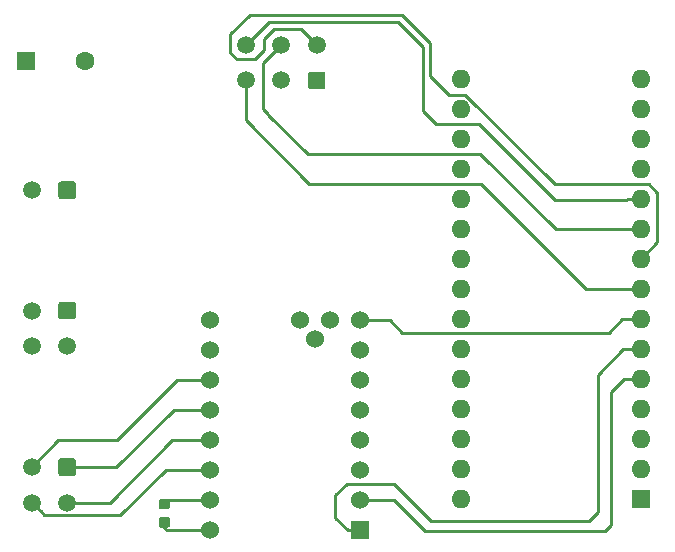
<source format=gbr>
G04 #@! TF.GenerationSoftware,KiCad,Pcbnew,(5.1.5)-3*
G04 #@! TF.CreationDate,2021-04-07T09:54:02-05:00*
G04 #@! TF.ProjectId,turner_pcb,7475726e-6572-45f7-9063-622e6b696361,rev?*
G04 #@! TF.SameCoordinates,Original*
G04 #@! TF.FileFunction,Copper,L1,Top*
G04 #@! TF.FilePolarity,Positive*
%FSLAX46Y46*%
G04 Gerber Fmt 4.6, Leading zero omitted, Abs format (unit mm)*
G04 Created by KiCad (PCBNEW (5.1.5)-3) date 2021-04-07 09:54:02*
%MOMM*%
%LPD*%
G04 APERTURE LIST*
%ADD10C,1.524000*%
%ADD11R,1.524000X1.524000*%
%ADD12R,1.600000X1.600000*%
%ADD13O,1.600000X1.600000*%
%ADD14C,0.100000*%
%ADD15C,1.600000*%
%ADD16C,1.500000*%
%ADD17C,0.250000*%
G04 APERTURE END LIST*
D10*
X76657200Y-55524400D03*
X75387200Y-53873400D03*
X77927200Y-53873400D03*
D11*
X80467200Y-71653400D03*
D10*
X80467200Y-69113400D03*
X80467200Y-66573400D03*
X80467200Y-64033400D03*
X80467200Y-61493400D03*
X80467200Y-58953400D03*
X80467200Y-56413400D03*
X80467200Y-53873400D03*
X67767200Y-53873400D03*
X67767200Y-56413400D03*
X67767200Y-58953400D03*
X67767200Y-61493400D03*
X67767200Y-64033400D03*
X67767200Y-66573400D03*
X67767200Y-69113400D03*
X67767200Y-71653400D03*
D12*
X104241600Y-69062600D03*
D13*
X89001600Y-36042600D03*
X104241600Y-66522600D03*
X89001600Y-38582600D03*
X104241600Y-63982600D03*
X89001600Y-41122600D03*
X104241600Y-61442600D03*
X89001600Y-43662600D03*
X104241600Y-58902600D03*
X89001600Y-46202600D03*
X104241600Y-56362600D03*
X89001600Y-48742600D03*
X104241600Y-53822600D03*
X89001600Y-51282600D03*
X104241600Y-51282600D03*
X89001600Y-53822600D03*
X104241600Y-48742600D03*
X89001600Y-56362600D03*
X104241600Y-46202600D03*
X89001600Y-58902600D03*
X104241600Y-43662600D03*
X89001600Y-61442600D03*
X104241600Y-41122600D03*
X89001600Y-63982600D03*
X104241600Y-38582600D03*
X89001600Y-66522600D03*
X104241600Y-36042600D03*
X89001600Y-69062600D03*
X104241600Y-33502600D03*
X89001600Y-33502600D03*
G04 #@! TA.AperFunction,SMDPad,CuDef*
D14*
G36*
X64203854Y-70569483D02*
G01*
X64225695Y-70572723D01*
X64247114Y-70578088D01*
X64267904Y-70585527D01*
X64287864Y-70594968D01*
X64306803Y-70606319D01*
X64324538Y-70619473D01*
X64340899Y-70634301D01*
X64355727Y-70650662D01*
X64368881Y-70668397D01*
X64380232Y-70687336D01*
X64389673Y-70707296D01*
X64397112Y-70728086D01*
X64402477Y-70749505D01*
X64405717Y-70771346D01*
X64406800Y-70793400D01*
X64406800Y-71243400D01*
X64405717Y-71265454D01*
X64402477Y-71287295D01*
X64397112Y-71308714D01*
X64389673Y-71329504D01*
X64380232Y-71349464D01*
X64368881Y-71368403D01*
X64355727Y-71386138D01*
X64340899Y-71402499D01*
X64324538Y-71417327D01*
X64306803Y-71430481D01*
X64287864Y-71441832D01*
X64267904Y-71451273D01*
X64247114Y-71458712D01*
X64225695Y-71464077D01*
X64203854Y-71467317D01*
X64181800Y-71468400D01*
X63681800Y-71468400D01*
X63659746Y-71467317D01*
X63637905Y-71464077D01*
X63616486Y-71458712D01*
X63595696Y-71451273D01*
X63575736Y-71441832D01*
X63556797Y-71430481D01*
X63539062Y-71417327D01*
X63522701Y-71402499D01*
X63507873Y-71386138D01*
X63494719Y-71368403D01*
X63483368Y-71349464D01*
X63473927Y-71329504D01*
X63466488Y-71308714D01*
X63461123Y-71287295D01*
X63457883Y-71265454D01*
X63456800Y-71243400D01*
X63456800Y-70793400D01*
X63457883Y-70771346D01*
X63461123Y-70749505D01*
X63466488Y-70728086D01*
X63473927Y-70707296D01*
X63483368Y-70687336D01*
X63494719Y-70668397D01*
X63507873Y-70650662D01*
X63522701Y-70634301D01*
X63539062Y-70619473D01*
X63556797Y-70606319D01*
X63575736Y-70594968D01*
X63595696Y-70585527D01*
X63616486Y-70578088D01*
X63637905Y-70572723D01*
X63659746Y-70569483D01*
X63681800Y-70568400D01*
X64181800Y-70568400D01*
X64203854Y-70569483D01*
G37*
G04 #@! TD.AperFunction*
G04 #@! TA.AperFunction,SMDPad,CuDef*
G36*
X64203854Y-69019483D02*
G01*
X64225695Y-69022723D01*
X64247114Y-69028088D01*
X64267904Y-69035527D01*
X64287864Y-69044968D01*
X64306803Y-69056319D01*
X64324538Y-69069473D01*
X64340899Y-69084301D01*
X64355727Y-69100662D01*
X64368881Y-69118397D01*
X64380232Y-69137336D01*
X64389673Y-69157296D01*
X64397112Y-69178086D01*
X64402477Y-69199505D01*
X64405717Y-69221346D01*
X64406800Y-69243400D01*
X64406800Y-69693400D01*
X64405717Y-69715454D01*
X64402477Y-69737295D01*
X64397112Y-69758714D01*
X64389673Y-69779504D01*
X64380232Y-69799464D01*
X64368881Y-69818403D01*
X64355727Y-69836138D01*
X64340899Y-69852499D01*
X64324538Y-69867327D01*
X64306803Y-69880481D01*
X64287864Y-69891832D01*
X64267904Y-69901273D01*
X64247114Y-69908712D01*
X64225695Y-69914077D01*
X64203854Y-69917317D01*
X64181800Y-69918400D01*
X63681800Y-69918400D01*
X63659746Y-69917317D01*
X63637905Y-69914077D01*
X63616486Y-69908712D01*
X63595696Y-69901273D01*
X63575736Y-69891832D01*
X63556797Y-69880481D01*
X63539062Y-69867327D01*
X63522701Y-69852499D01*
X63507873Y-69836138D01*
X63494719Y-69818403D01*
X63483368Y-69799464D01*
X63473927Y-69779504D01*
X63466488Y-69758714D01*
X63461123Y-69737295D01*
X63457883Y-69715454D01*
X63456800Y-69693400D01*
X63456800Y-69243400D01*
X63457883Y-69221346D01*
X63461123Y-69199505D01*
X63466488Y-69178086D01*
X63473927Y-69157296D01*
X63483368Y-69137336D01*
X63494719Y-69118397D01*
X63507873Y-69100662D01*
X63522701Y-69084301D01*
X63539062Y-69069473D01*
X63556797Y-69056319D01*
X63575736Y-69044968D01*
X63595696Y-69035527D01*
X63616486Y-69028088D01*
X63637905Y-69022723D01*
X63659746Y-69019483D01*
X63681800Y-69018400D01*
X64181800Y-69018400D01*
X64203854Y-69019483D01*
G37*
G04 #@! TD.AperFunction*
D12*
X52171600Y-31978600D03*
D15*
X57171600Y-31978600D03*
G04 #@! TA.AperFunction,ComponentPad*
D14*
G36*
X77334104Y-32855404D02*
G01*
X77358373Y-32859004D01*
X77382171Y-32864965D01*
X77405271Y-32873230D01*
X77427449Y-32883720D01*
X77448493Y-32896333D01*
X77468198Y-32910947D01*
X77486377Y-32927423D01*
X77502853Y-32945602D01*
X77517467Y-32965307D01*
X77530080Y-32986351D01*
X77540570Y-33008529D01*
X77548835Y-33031629D01*
X77554796Y-33055427D01*
X77558396Y-33079696D01*
X77559600Y-33104200D01*
X77559600Y-34104200D01*
X77558396Y-34128704D01*
X77554796Y-34152973D01*
X77548835Y-34176771D01*
X77540570Y-34199871D01*
X77530080Y-34222049D01*
X77517467Y-34243093D01*
X77502853Y-34262798D01*
X77486377Y-34280977D01*
X77468198Y-34297453D01*
X77448493Y-34312067D01*
X77427449Y-34324680D01*
X77405271Y-34335170D01*
X77382171Y-34343435D01*
X77358373Y-34349396D01*
X77334104Y-34352996D01*
X77309600Y-34354200D01*
X76309600Y-34354200D01*
X76285096Y-34352996D01*
X76260827Y-34349396D01*
X76237029Y-34343435D01*
X76213929Y-34335170D01*
X76191751Y-34324680D01*
X76170707Y-34312067D01*
X76151002Y-34297453D01*
X76132823Y-34280977D01*
X76116347Y-34262798D01*
X76101733Y-34243093D01*
X76089120Y-34222049D01*
X76078630Y-34199871D01*
X76070365Y-34176771D01*
X76064404Y-34152973D01*
X76060804Y-34128704D01*
X76059600Y-34104200D01*
X76059600Y-33104200D01*
X76060804Y-33079696D01*
X76064404Y-33055427D01*
X76070365Y-33031629D01*
X76078630Y-33008529D01*
X76089120Y-32986351D01*
X76101733Y-32965307D01*
X76116347Y-32945602D01*
X76132823Y-32927423D01*
X76151002Y-32910947D01*
X76170707Y-32896333D01*
X76191751Y-32883720D01*
X76213929Y-32873230D01*
X76237029Y-32864965D01*
X76260827Y-32859004D01*
X76285096Y-32855404D01*
X76309600Y-32854200D01*
X77309600Y-32854200D01*
X77334104Y-32855404D01*
G37*
G04 #@! TD.AperFunction*
D16*
X73809600Y-33604200D03*
X70809600Y-33604200D03*
X76809600Y-30604200D03*
X73809600Y-30604200D03*
X70809600Y-30604200D03*
G04 #@! TA.AperFunction,ComponentPad*
D14*
G36*
X56226704Y-42151804D02*
G01*
X56250973Y-42155404D01*
X56274771Y-42161365D01*
X56297871Y-42169630D01*
X56320049Y-42180120D01*
X56341093Y-42192733D01*
X56360798Y-42207347D01*
X56378977Y-42223823D01*
X56395453Y-42242002D01*
X56410067Y-42261707D01*
X56422680Y-42282751D01*
X56433170Y-42304929D01*
X56441435Y-42328029D01*
X56447396Y-42351827D01*
X56450996Y-42376096D01*
X56452200Y-42400600D01*
X56452200Y-43400600D01*
X56450996Y-43425104D01*
X56447396Y-43449373D01*
X56441435Y-43473171D01*
X56433170Y-43496271D01*
X56422680Y-43518449D01*
X56410067Y-43539493D01*
X56395453Y-43559198D01*
X56378977Y-43577377D01*
X56360798Y-43593853D01*
X56341093Y-43608467D01*
X56320049Y-43621080D01*
X56297871Y-43631570D01*
X56274771Y-43639835D01*
X56250973Y-43645796D01*
X56226704Y-43649396D01*
X56202200Y-43650600D01*
X55202200Y-43650600D01*
X55177696Y-43649396D01*
X55153427Y-43645796D01*
X55129629Y-43639835D01*
X55106529Y-43631570D01*
X55084351Y-43621080D01*
X55063307Y-43608467D01*
X55043602Y-43593853D01*
X55025423Y-43577377D01*
X55008947Y-43559198D01*
X54994333Y-43539493D01*
X54981720Y-43518449D01*
X54971230Y-43496271D01*
X54962965Y-43473171D01*
X54957004Y-43449373D01*
X54953404Y-43425104D01*
X54952200Y-43400600D01*
X54952200Y-42400600D01*
X54953404Y-42376096D01*
X54957004Y-42351827D01*
X54962965Y-42328029D01*
X54971230Y-42304929D01*
X54981720Y-42282751D01*
X54994333Y-42261707D01*
X55008947Y-42242002D01*
X55025423Y-42223823D01*
X55043602Y-42207347D01*
X55063307Y-42192733D01*
X55084351Y-42180120D01*
X55106529Y-42169630D01*
X55129629Y-42161365D01*
X55153427Y-42155404D01*
X55177696Y-42151804D01*
X55202200Y-42150600D01*
X56202200Y-42150600D01*
X56226704Y-42151804D01*
G37*
G04 #@! TD.AperFunction*
D16*
X52702200Y-42900600D03*
G04 #@! TA.AperFunction,ComponentPad*
D14*
G36*
X56226704Y-52337204D02*
G01*
X56250973Y-52340804D01*
X56274771Y-52346765D01*
X56297871Y-52355030D01*
X56320049Y-52365520D01*
X56341093Y-52378133D01*
X56360798Y-52392747D01*
X56378977Y-52409223D01*
X56395453Y-52427402D01*
X56410067Y-52447107D01*
X56422680Y-52468151D01*
X56433170Y-52490329D01*
X56441435Y-52513429D01*
X56447396Y-52537227D01*
X56450996Y-52561496D01*
X56452200Y-52586000D01*
X56452200Y-53586000D01*
X56450996Y-53610504D01*
X56447396Y-53634773D01*
X56441435Y-53658571D01*
X56433170Y-53681671D01*
X56422680Y-53703849D01*
X56410067Y-53724893D01*
X56395453Y-53744598D01*
X56378977Y-53762777D01*
X56360798Y-53779253D01*
X56341093Y-53793867D01*
X56320049Y-53806480D01*
X56297871Y-53816970D01*
X56274771Y-53825235D01*
X56250973Y-53831196D01*
X56226704Y-53834796D01*
X56202200Y-53836000D01*
X55202200Y-53836000D01*
X55177696Y-53834796D01*
X55153427Y-53831196D01*
X55129629Y-53825235D01*
X55106529Y-53816970D01*
X55084351Y-53806480D01*
X55063307Y-53793867D01*
X55043602Y-53779253D01*
X55025423Y-53762777D01*
X55008947Y-53744598D01*
X54994333Y-53724893D01*
X54981720Y-53703849D01*
X54971230Y-53681671D01*
X54962965Y-53658571D01*
X54957004Y-53634773D01*
X54953404Y-53610504D01*
X54952200Y-53586000D01*
X54952200Y-52586000D01*
X54953404Y-52561496D01*
X54957004Y-52537227D01*
X54962965Y-52513429D01*
X54971230Y-52490329D01*
X54981720Y-52468151D01*
X54994333Y-52447107D01*
X55008947Y-52427402D01*
X55025423Y-52409223D01*
X55043602Y-52392747D01*
X55063307Y-52378133D01*
X55084351Y-52365520D01*
X55106529Y-52355030D01*
X55129629Y-52346765D01*
X55153427Y-52340804D01*
X55177696Y-52337204D01*
X55202200Y-52336000D01*
X56202200Y-52336000D01*
X56226704Y-52337204D01*
G37*
G04 #@! TD.AperFunction*
D16*
X55702200Y-56086000D03*
X52702200Y-53086000D03*
X52702200Y-56086000D03*
X52702200Y-69344800D03*
X52702200Y-66344800D03*
X55702200Y-69344800D03*
G04 #@! TA.AperFunction,ComponentPad*
D14*
G36*
X56226704Y-65596004D02*
G01*
X56250973Y-65599604D01*
X56274771Y-65605565D01*
X56297871Y-65613830D01*
X56320049Y-65624320D01*
X56341093Y-65636933D01*
X56360798Y-65651547D01*
X56378977Y-65668023D01*
X56395453Y-65686202D01*
X56410067Y-65705907D01*
X56422680Y-65726951D01*
X56433170Y-65749129D01*
X56441435Y-65772229D01*
X56447396Y-65796027D01*
X56450996Y-65820296D01*
X56452200Y-65844800D01*
X56452200Y-66844800D01*
X56450996Y-66869304D01*
X56447396Y-66893573D01*
X56441435Y-66917371D01*
X56433170Y-66940471D01*
X56422680Y-66962649D01*
X56410067Y-66983693D01*
X56395453Y-67003398D01*
X56378977Y-67021577D01*
X56360798Y-67038053D01*
X56341093Y-67052667D01*
X56320049Y-67065280D01*
X56297871Y-67075770D01*
X56274771Y-67084035D01*
X56250973Y-67089996D01*
X56226704Y-67093596D01*
X56202200Y-67094800D01*
X55202200Y-67094800D01*
X55177696Y-67093596D01*
X55153427Y-67089996D01*
X55129629Y-67084035D01*
X55106529Y-67075770D01*
X55084351Y-67065280D01*
X55063307Y-67052667D01*
X55043602Y-67038053D01*
X55025423Y-67021577D01*
X55008947Y-67003398D01*
X54994333Y-66983693D01*
X54981720Y-66962649D01*
X54971230Y-66940471D01*
X54962965Y-66917371D01*
X54957004Y-66893573D01*
X54953404Y-66869304D01*
X54952200Y-66844800D01*
X54952200Y-65844800D01*
X54953404Y-65820296D01*
X54957004Y-65796027D01*
X54962965Y-65772229D01*
X54971230Y-65749129D01*
X54981720Y-65726951D01*
X54994333Y-65705907D01*
X55008947Y-65686202D01*
X55025423Y-65668023D01*
X55043602Y-65651547D01*
X55063307Y-65636933D01*
X55084351Y-65624320D01*
X55106529Y-65613830D01*
X55129629Y-65605565D01*
X55153427Y-65599604D01*
X55177696Y-65596004D01*
X55202200Y-65594800D01*
X56202200Y-65594800D01*
X56226704Y-65596004D01*
G37*
G04 #@! TD.AperFunction*
D17*
X64116800Y-71653400D02*
X63931800Y-71468400D01*
X63931800Y-71468400D02*
X63931800Y-71018400D01*
X67767200Y-71653400D02*
X64116800Y-71653400D01*
X64286800Y-69113400D02*
X63931800Y-69468400D01*
X67767200Y-69113400D02*
X64286800Y-69113400D01*
X104241600Y-53822600D02*
X102692200Y-53822600D01*
X101567199Y-54947601D02*
X84081401Y-54947601D01*
X102692200Y-53822600D02*
X101567199Y-54947601D01*
X83007200Y-53873400D02*
X80467200Y-53873400D01*
X84081401Y-54947601D02*
X83007200Y-53873400D01*
X104241600Y-58902600D02*
X102819200Y-58902600D01*
X102819200Y-58902600D02*
X101777800Y-59944000D01*
X101777800Y-59944000D02*
X101777800Y-71272400D01*
X101777800Y-71272400D02*
X101269800Y-71780400D01*
X101269800Y-71780400D02*
X86004400Y-71780400D01*
X83337400Y-69113400D02*
X80467200Y-69113400D01*
X86004400Y-71780400D02*
X83337400Y-69113400D01*
X104241600Y-56362600D02*
X102793800Y-56362600D01*
X102793800Y-56362600D02*
X100634800Y-58521600D01*
X100634800Y-58521600D02*
X100634800Y-70129400D01*
X100634800Y-70129400D02*
X99872800Y-70891400D01*
X99872800Y-70891400D02*
X86537800Y-70891400D01*
X86537800Y-70891400D02*
X83388200Y-67741800D01*
X83388200Y-67741800D02*
X79400400Y-67741800D01*
X79400400Y-67741800D02*
X78409800Y-68732400D01*
X79455200Y-71653400D02*
X80467200Y-71653400D01*
X78409800Y-70608000D02*
X79455200Y-71653400D01*
X78409800Y-68732400D02*
X78409800Y-70608000D01*
X52702200Y-32509200D02*
X52171600Y-31978600D01*
X76174600Y-42341800D02*
X70809600Y-36976800D01*
X70809600Y-36976800D02*
X70809600Y-33604200D01*
X104241600Y-51282600D02*
X99644200Y-51282600D01*
X90703400Y-42341800D02*
X76174600Y-42341800D01*
X99644200Y-51282600D02*
X90703400Y-42341800D01*
X75494609Y-29289209D02*
X76059601Y-29854201D01*
X73199791Y-29289209D02*
X75494609Y-29289209D01*
X72390000Y-30099000D02*
X73199791Y-29289209D01*
X72390000Y-31013400D02*
X72390000Y-30099000D01*
X71577200Y-31826200D02*
X72390000Y-31013400D01*
X70053200Y-31826200D02*
X71577200Y-31826200D01*
X76059601Y-29854201D02*
X76809600Y-30604200D01*
X69494400Y-31267400D02*
X70053200Y-31826200D01*
X97016602Y-42392600D02*
X89422002Y-34798000D01*
X104241600Y-48742600D02*
X105664000Y-47320200D01*
X88036400Y-34798000D02*
X86429010Y-33190610D01*
X105664000Y-43103800D02*
X104952800Y-42392600D01*
X86429010Y-33190610D02*
X86429009Y-30420599D01*
X84050010Y-28041600D02*
X71145400Y-28041600D01*
X104952800Y-42392600D02*
X97016602Y-42392600D01*
X105664000Y-47320200D02*
X105664000Y-43103800D01*
X89422002Y-34798000D02*
X88036400Y-34798000D01*
X86429009Y-30420599D02*
X84050010Y-28041600D01*
X69494400Y-29692600D02*
X69494400Y-31267400D01*
X71145400Y-28041600D02*
X69494400Y-29692600D01*
X72263000Y-32150800D02*
X73809600Y-30604200D01*
X72263000Y-35991800D02*
X72263000Y-32150800D01*
X72734599Y-36463399D02*
X72263000Y-35991800D01*
X97053400Y-46202600D02*
X90678000Y-39827200D01*
X104241600Y-46202600D02*
X97053400Y-46202600D01*
X90678000Y-39827200D02*
X76073000Y-39827200D01*
X72734599Y-36488799D02*
X72734599Y-36463399D01*
X76073000Y-39827200D02*
X72734599Y-36488799D01*
X71559599Y-29854201D02*
X70809600Y-30604200D01*
X85852000Y-30759400D02*
X83718400Y-28625800D01*
X72788000Y-28625800D02*
X71559599Y-29854201D01*
X85852000Y-36220400D02*
X85852000Y-30759400D01*
X86918800Y-37287200D02*
X85852000Y-36220400D01*
X103110230Y-43662600D02*
X103084830Y-43688000D01*
X90576400Y-37287200D02*
X86918800Y-37287200D01*
X96977200Y-43688000D02*
X90576400Y-37287200D01*
X83718400Y-28625800D02*
X72788000Y-28625800D01*
X104241600Y-43662600D02*
X103110230Y-43662600D01*
X103084830Y-43688000D02*
X96977200Y-43688000D01*
X66689570Y-66573400D02*
X66664170Y-66548000D01*
X67767200Y-66573400D02*
X66689570Y-66573400D01*
X66664170Y-66548000D02*
X64058800Y-66548000D01*
X53452199Y-70094799D02*
X52702200Y-69344800D01*
X53777201Y-70419801D02*
X53452199Y-70094799D01*
X60186999Y-70419801D02*
X53777201Y-70419801D01*
X64058800Y-66548000D02*
X60186999Y-70419801D01*
X67767200Y-58953400D02*
X64998600Y-58953400D01*
X61671200Y-62280800D02*
X61671200Y-62306200D01*
X64998600Y-58953400D02*
X61671200Y-62280800D01*
X61671200Y-62306200D02*
X59893200Y-64084200D01*
X54962800Y-64084200D02*
X52702200Y-66344800D01*
X59893200Y-64084200D02*
X54962800Y-64084200D01*
X66689570Y-64033400D02*
X66664170Y-64058800D01*
X67767200Y-64033400D02*
X66689570Y-64033400D01*
X66664170Y-64058800D02*
X64592200Y-64058800D01*
X59306200Y-69344800D02*
X55702200Y-69344800D01*
X64592200Y-64058800D02*
X59306200Y-69344800D01*
X67767200Y-61493400D02*
X64719200Y-61493400D01*
X59867800Y-66344800D02*
X55702200Y-66344800D01*
X64719200Y-61493400D02*
X59867800Y-66344800D01*
M02*

</source>
